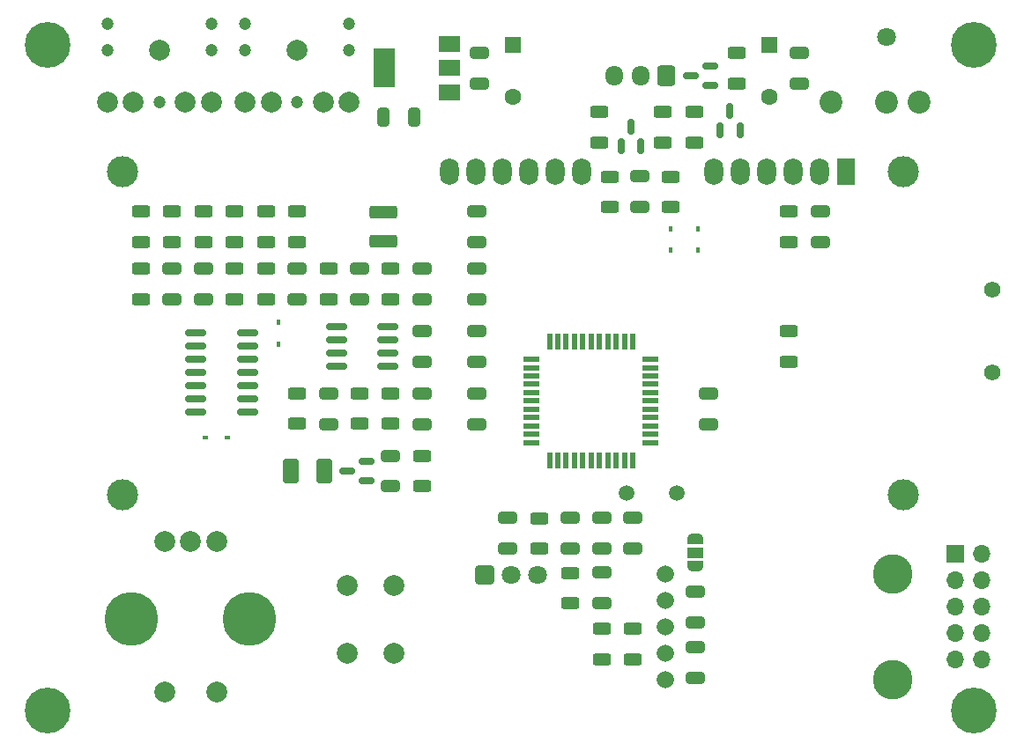
<source format=gbr>
%TF.GenerationSoftware,KiCad,Pcbnew,6.0.8*%
%TF.CreationDate,2022-10-28T18:19:01+03:00*%
%TF.ProjectId,DigiLight,44696769-4c69-4676-9874-2e6b69636164,rev?*%
%TF.SameCoordinates,Original*%
%TF.FileFunction,Soldermask,Top*%
%TF.FilePolarity,Negative*%
%FSLAX46Y46*%
G04 Gerber Fmt 4.6, Leading zero omitted, Abs format (unit mm)*
G04 Created by KiCad (PCBNEW 6.0.8) date 2022-10-28 18:19:01*
%MOMM*%
%LPD*%
G01*
G04 APERTURE LIST*
G04 Aperture macros list*
%AMRoundRect*
0 Rectangle with rounded corners*
0 $1 Rounding radius*
0 $2 $3 $4 $5 $6 $7 $8 $9 X,Y pos of 4 corners*
0 Add a 4 corners polygon primitive as box body*
4,1,4,$2,$3,$4,$5,$6,$7,$8,$9,$2,$3,0*
0 Add four circle primitives for the rounded corners*
1,1,$1+$1,$2,$3*
1,1,$1+$1,$4,$5*
1,1,$1+$1,$6,$7*
1,1,$1+$1,$8,$9*
0 Add four rect primitives between the rounded corners*
20,1,$1+$1,$2,$3,$4,$5,0*
20,1,$1+$1,$4,$5,$6,$7,0*
20,1,$1+$1,$6,$7,$8,$9,0*
20,1,$1+$1,$8,$9,$2,$3,0*%
%AMFreePoly0*
4,1,22,0.550000,-0.750000,0.000000,-0.750000,0.000000,-0.745033,-0.079941,-0.743568,-0.215256,-0.701293,-0.333266,-0.622738,-0.424486,-0.514219,-0.481581,-0.384460,-0.499164,-0.250000,-0.500000,-0.250000,-0.500000,0.250000,-0.499164,0.250000,-0.499963,0.256109,-0.478152,0.396186,-0.417904,0.524511,-0.324060,0.630769,-0.204165,0.706417,-0.067858,0.745374,0.000000,0.744959,0.000000,0.750000,
0.550000,0.750000,0.550000,-0.750000,0.550000,-0.750000,$1*%
%AMFreePoly1*
4,1,20,0.000000,0.744959,0.073905,0.744508,0.209726,0.703889,0.328688,0.626782,0.421226,0.519385,0.479903,0.390333,0.500000,0.250000,0.500000,-0.250000,0.499851,-0.262216,0.476331,-0.402017,0.414519,-0.529596,0.319384,-0.634700,0.198574,-0.708877,0.061801,-0.746166,0.000000,-0.745033,0.000000,-0.750000,-0.550000,-0.750000,-0.550000,0.750000,0.000000,0.750000,0.000000,0.744959,
0.000000,0.744959,$1*%
G04 Aperture macros list end*
%ADD10RoundRect,0.250000X-0.650000X0.325000X-0.650000X-0.325000X0.650000X-0.325000X0.650000X0.325000X0*%
%ADD11RoundRect,0.250000X0.650000X-0.325000X0.650000X0.325000X-0.650000X0.325000X-0.650000X-0.325000X0*%
%ADD12RoundRect,0.250001X-0.499999X-0.924999X0.499999X-0.924999X0.499999X0.924999X-0.499999X0.924999X0*%
%ADD13RoundRect,0.250000X-0.325000X-0.650000X0.325000X-0.650000X0.325000X0.650000X-0.325000X0.650000X0*%
%ADD14FreePoly0,90.000000*%
%ADD15R,1.500000X1.000000*%
%ADD16FreePoly1,90.000000*%
%ADD17RoundRect,0.250000X-1.075000X0.375000X-1.075000X-0.375000X1.075000X-0.375000X1.075000X0.375000X0*%
%ADD18RoundRect,0.150000X0.587500X0.150000X-0.587500X0.150000X-0.587500X-0.150000X0.587500X-0.150000X0*%
%ADD19RoundRect,0.150000X0.150000X-0.587500X0.150000X0.587500X-0.150000X0.587500X-0.150000X-0.587500X0*%
%ADD20RoundRect,0.250000X0.625000X-0.312500X0.625000X0.312500X-0.625000X0.312500X-0.625000X-0.312500X0*%
%ADD21RoundRect,0.250000X-0.625000X0.312500X-0.625000X-0.312500X0.625000X-0.312500X0.625000X0.312500X0*%
%ADD22RoundRect,0.150000X-0.825000X-0.150000X0.825000X-0.150000X0.825000X0.150000X-0.825000X0.150000X0*%
%ADD23R,2.000000X1.500000*%
%ADD24R,2.000000X3.800000*%
%ADD25R,0.550000X1.500000*%
%ADD26R,1.500000X0.550000*%
%ADD27C,4.400000*%
%ADD28R,0.450000X0.600000*%
%ADD29R,0.600000X0.450000*%
%ADD30R,1.600000X1.600000*%
%ADD31C,1.600000*%
%ADD32C,1.665000*%
%ADD33C,3.810000*%
%ADD34C,1.200000*%
%ADD35C,2.000000*%
%ADD36R,1.700000X1.700000*%
%ADD37O,1.700000X1.700000*%
%ADD38C,1.575000*%
%ADD39RoundRect,0.250000X0.600000X0.725000X-0.600000X0.725000X-0.600000X-0.725000X0.600000X-0.725000X0*%
%ADD40O,1.700000X1.950000*%
%ADD41C,5.161000*%
%ADD42C,3.000000*%
%ADD43R,1.800000X2.600000*%
%ADD44O,1.800000X2.600000*%
%ADD45C,1.500000*%
%ADD46RoundRect,0.248400X-0.651600X-0.651600X0.651600X-0.651600X0.651600X0.651600X-0.651600X0.651600X0*%
%ADD47C,1.800000*%
%ADD48C,2.200000*%
G04 APERTURE END LIST*
D10*
X224250000Y-73025000D03*
X224250000Y-75975000D03*
X191250000Y-84525000D03*
X191250000Y-87475000D03*
X222250000Y-57775000D03*
X222250000Y-60725000D03*
D11*
X183000000Y-99475000D03*
X183000000Y-96525000D03*
D10*
X174000000Y-78525000D03*
X174000000Y-81475000D03*
D11*
X186000000Y-81475000D03*
X186000000Y-78525000D03*
D12*
X173375000Y-98000000D03*
X176625000Y-98000000D03*
D11*
X180000000Y-81475000D03*
X180000000Y-78525000D03*
D10*
X191500000Y-57775000D03*
X191500000Y-60725000D03*
X177000000Y-90525000D03*
X177000000Y-93475000D03*
D13*
X182275000Y-64000000D03*
X185225000Y-64000000D03*
D10*
X206250000Y-102525000D03*
X206250000Y-105475000D03*
X186000000Y-84525000D03*
X186000000Y-87475000D03*
X194250000Y-102525000D03*
X194250000Y-105475000D03*
X186000000Y-90525000D03*
X186000000Y-93475000D03*
D11*
X191250000Y-81475000D03*
X191250000Y-78525000D03*
X212282000Y-112517700D03*
X212282000Y-109567700D03*
D14*
X212256600Y-107132700D03*
D15*
X212256600Y-105832700D03*
D16*
X212256600Y-104532700D03*
D17*
X182250000Y-73100000D03*
X182250000Y-75900000D03*
D18*
X180687500Y-98950000D03*
X180687500Y-97050000D03*
X178812500Y-98000000D03*
D19*
X214634000Y-65228500D03*
X216534000Y-65228500D03*
X215584000Y-63353500D03*
D18*
X213687500Y-60950000D03*
X213687500Y-59050000D03*
X211812500Y-60000000D03*
D20*
X159000000Y-75962500D03*
X159000000Y-73037500D03*
X186000000Y-99462500D03*
X186000000Y-96537500D03*
X159000000Y-81462500D03*
X159000000Y-78537500D03*
D21*
X216250000Y-57787500D03*
X216250000Y-60712500D03*
D20*
X212155000Y-66388500D03*
X212155000Y-63463500D03*
X183000000Y-81462500D03*
X183000000Y-78537500D03*
D21*
X168000000Y-78537500D03*
X168000000Y-81462500D03*
X177000000Y-78537500D03*
X177000000Y-81462500D03*
D20*
X180000000Y-93462500D03*
X180000000Y-90537500D03*
D21*
X183000000Y-90537500D03*
X183000000Y-93462500D03*
D20*
X197250000Y-105462500D03*
X197250000Y-102537500D03*
X221250000Y-87462500D03*
X221250000Y-84537500D03*
D21*
X200250000Y-107787500D03*
X200250000Y-110712500D03*
D22*
X164275000Y-84690000D03*
X164275000Y-85960000D03*
X164275000Y-87230000D03*
X164275000Y-88500000D03*
X164275000Y-89770000D03*
X164275000Y-91040000D03*
X164275000Y-92310000D03*
X169225000Y-92310000D03*
X169225000Y-91040000D03*
X169225000Y-89770000D03*
X169225000Y-88500000D03*
X169225000Y-87230000D03*
X169225000Y-85960000D03*
X169225000Y-84690000D03*
D23*
X188650000Y-61550000D03*
X188650000Y-59250000D03*
D24*
X182350000Y-59250000D03*
D23*
X188650000Y-56950000D03*
D25*
X198250000Y-96950000D03*
X199050000Y-96950000D03*
X199850000Y-96950000D03*
X200650000Y-96950000D03*
X201450000Y-96950000D03*
X202250000Y-96950000D03*
X203050000Y-96950000D03*
X203850000Y-96950000D03*
X204650000Y-96950000D03*
X205450000Y-96950000D03*
X206250000Y-96950000D03*
D26*
X207950000Y-95250000D03*
X207950000Y-94450000D03*
X207950000Y-93650000D03*
X207950000Y-92850000D03*
X207950000Y-92050000D03*
X207950000Y-91250000D03*
X207950000Y-90450000D03*
X207950000Y-89650000D03*
X207950000Y-88850000D03*
X207950000Y-88050000D03*
X207950000Y-87250000D03*
D25*
X206250000Y-85550000D03*
X205450000Y-85550000D03*
X204650000Y-85550000D03*
X203850000Y-85550000D03*
X203050000Y-85550000D03*
X202250000Y-85550000D03*
X201450000Y-85550000D03*
X200650000Y-85550000D03*
X199850000Y-85550000D03*
X199050000Y-85550000D03*
X198250000Y-85550000D03*
D26*
X196550000Y-87250000D03*
X196550000Y-88050000D03*
X196550000Y-88850000D03*
X196550000Y-89650000D03*
X196550000Y-90450000D03*
X196550000Y-91250000D03*
X196550000Y-92050000D03*
X196550000Y-92850000D03*
X196550000Y-93650000D03*
X196550000Y-94450000D03*
X196550000Y-95250000D03*
D27*
X150000000Y-57000000D03*
X239000000Y-57000000D03*
X239000000Y-121000000D03*
X150000000Y-121000000D03*
D11*
X203250000Y-110725000D03*
X203250000Y-107775000D03*
D21*
X174000000Y-73037500D03*
X174000000Y-75962500D03*
D20*
X162000000Y-75962500D03*
X162000000Y-73037500D03*
D11*
X165000000Y-81475000D03*
X165000000Y-78525000D03*
X162000000Y-81475000D03*
X162000000Y-78525000D03*
D21*
X171000000Y-73037500D03*
X171000000Y-75962500D03*
D20*
X168000000Y-75962500D03*
X168000000Y-73037500D03*
X165000000Y-75962500D03*
X165000000Y-73037500D03*
D22*
X177775000Y-84095000D03*
X177775000Y-85365000D03*
X177775000Y-86635000D03*
X177775000Y-87905000D03*
X182725000Y-87905000D03*
X182725000Y-86635000D03*
X182725000Y-85365000D03*
X182725000Y-84095000D03*
D21*
X174000000Y-90537500D03*
X174000000Y-93462500D03*
D28*
X172250000Y-85800000D03*
X172250000Y-83700000D03*
D29*
X167300000Y-94750000D03*
X165200000Y-94750000D03*
D21*
X171000000Y-78537500D03*
X171000000Y-81462500D03*
D11*
X213500000Y-93475000D03*
X213500000Y-90525000D03*
D10*
X200250000Y-102525000D03*
X200250000Y-105475000D03*
X191250000Y-90525000D03*
X191250000Y-93475000D03*
X191250000Y-73025000D03*
X191250000Y-75975000D03*
D21*
X203011000Y-63463500D03*
X203011000Y-66388500D03*
D10*
X206948000Y-69674000D03*
X206948000Y-72624000D03*
D19*
X205109000Y-66752500D03*
X207009000Y-66752500D03*
X206059000Y-64877500D03*
D21*
X209869000Y-69686500D03*
X209869000Y-72611500D03*
D20*
X209107000Y-66388500D03*
X209107000Y-63463500D03*
X221250000Y-75962500D03*
X221250000Y-73037500D03*
D10*
X203250000Y-102525000D03*
X203250000Y-105475000D03*
D11*
X212282000Y-117914000D03*
X212282000Y-114964000D03*
D20*
X206249500Y-116109000D03*
X206249500Y-113184000D03*
X203265000Y-116109000D03*
X203265000Y-113184000D03*
D28*
X212536000Y-76771000D03*
X212536000Y-74671000D03*
X209869000Y-76771000D03*
X209869000Y-74671000D03*
D21*
X204027000Y-69686500D03*
X204027000Y-72611500D03*
D30*
X194750000Y-57000000D03*
D31*
X194750000Y-62000000D03*
D30*
X219394000Y-57000000D03*
D31*
X219394000Y-62000000D03*
D32*
X209399100Y-107928200D03*
X209399100Y-110468200D03*
X209399100Y-113008200D03*
X209399100Y-115548200D03*
X209399100Y-118088200D03*
D33*
X231243100Y-107928200D03*
X231243100Y-118088200D03*
D34*
X174000000Y-62500000D03*
X169000000Y-57500000D03*
X169000000Y-55000000D03*
X179000000Y-57500000D03*
X179000000Y-55000000D03*
D35*
X174000000Y-57500000D03*
X169000000Y-62500000D03*
X171500000Y-62500000D03*
X176500000Y-62500000D03*
X179000000Y-62500000D03*
X165750000Y-62500000D03*
X163250000Y-62500000D03*
X158250000Y-62500000D03*
X155750000Y-62500000D03*
X160750000Y-57500000D03*
D34*
X165750000Y-55000000D03*
X165750000Y-57500000D03*
X160750000Y-62500000D03*
X155750000Y-55000000D03*
X155750000Y-57500000D03*
D36*
X237250000Y-105947000D03*
D37*
X239790000Y-105947000D03*
X237250000Y-108487000D03*
X239790000Y-108487000D03*
X237250000Y-111027000D03*
X239790000Y-111027000D03*
X237250000Y-113567000D03*
X239790000Y-113567000D03*
X237250000Y-116107000D03*
X239790000Y-116107000D03*
D38*
X240750000Y-80550000D03*
X240750000Y-88550000D03*
D39*
X209500000Y-60000000D03*
D40*
X207000000Y-60000000D03*
X204500000Y-60000000D03*
D41*
X158050000Y-112250000D03*
X169450000Y-112250000D03*
D35*
X161250000Y-104750000D03*
X166250000Y-104750000D03*
X163750000Y-104750000D03*
X161250000Y-119250000D03*
X166250000Y-119250000D03*
X183300000Y-115500000D03*
X183300000Y-109000000D03*
X178800000Y-109000000D03*
X178800000Y-115500000D03*
D42*
X157250520Y-100250700D03*
X232249100Y-69250000D03*
X232249100Y-100250700D03*
X157250000Y-69250000D03*
D43*
X226750000Y-69250000D03*
D44*
X224210000Y-69250000D03*
X221670000Y-69250000D03*
X219130000Y-69250000D03*
X216590000Y-69250000D03*
X214050000Y-69250000D03*
X201350000Y-69250000D03*
X198810000Y-69250000D03*
X196270000Y-69250000D03*
X193730000Y-69250000D03*
X191190000Y-69250000D03*
X188650000Y-69250000D03*
D45*
X210500000Y-100105000D03*
X205620000Y-100105000D03*
D46*
X192000000Y-108000000D03*
D47*
X194540000Y-108000000D03*
X197080000Y-108000000D03*
X230600000Y-56290000D03*
D48*
X233800000Y-62500000D03*
X225300000Y-62500000D03*
X230600000Y-62500000D03*
M02*

</source>
